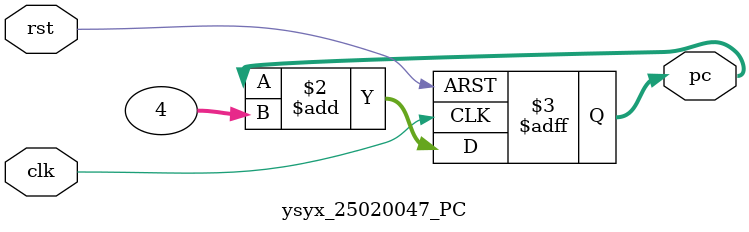
<source format=v>
module ysyx_25020047_PC(
    input clk,
    input rst,
    output reg [31:0] pc
);


always @(posedge clk or posedge rst) begin
    if(rst) pc <= 32'h80000000;
    else pc <= pc + 32'h4;            
end


endmodule

</source>
